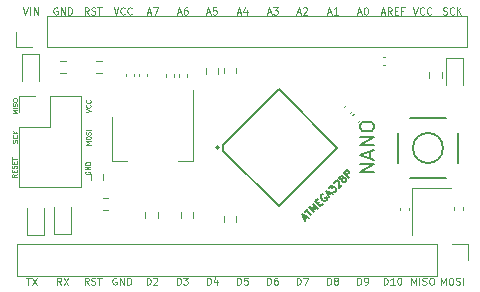
<source format=gbr>
%TF.GenerationSoftware,KiCad,Pcbnew,(5.1.6)-1*%
%TF.CreationDate,2020-11-19T11:34:22+01:00*%
%TF.ProjectId,Karim_Arduino,4b617269-6d5f-4417-9264-75696e6f2e6b,rev?*%
%TF.SameCoordinates,Original*%
%TF.FileFunction,Legend,Top*%
%TF.FilePolarity,Positive*%
%FSLAX46Y46*%
G04 Gerber Fmt 4.6, Leading zero omitted, Abs format (unit mm)*
G04 Created by KiCad (PCBNEW (5.1.6)-1) date 2020-11-19 11:34:22*
%MOMM*%
%LPD*%
G01*
G04 APERTURE LIST*
%ADD10C,0.070000*%
%ADD11C,0.200000*%
%ADD12C,0.060000*%
%ADD13C,0.080000*%
%ADD14C,0.120000*%
%ADD15C,0.203200*%
%ADD16C,0.127000*%
G04 APERTURE END LIST*
D10*
X156217142Y-102341428D02*
X156217142Y-101741428D01*
X156417142Y-102170000D01*
X156617142Y-101741428D01*
X156617142Y-102341428D01*
X157017142Y-101741428D02*
X157131428Y-101741428D01*
X157188571Y-101770000D01*
X157245714Y-101827142D01*
X157274285Y-101941428D01*
X157274285Y-102141428D01*
X157245714Y-102255714D01*
X157188571Y-102312857D01*
X157131428Y-102341428D01*
X157017142Y-102341428D01*
X156960000Y-102312857D01*
X156902857Y-102255714D01*
X156874285Y-102141428D01*
X156874285Y-101941428D01*
X156902857Y-101827142D01*
X156960000Y-101770000D01*
X157017142Y-101741428D01*
X157502857Y-102312857D02*
X157588571Y-102341428D01*
X157731428Y-102341428D01*
X157788571Y-102312857D01*
X157817142Y-102284285D01*
X157845714Y-102227142D01*
X157845714Y-102170000D01*
X157817142Y-102112857D01*
X157788571Y-102084285D01*
X157731428Y-102055714D01*
X157617142Y-102027142D01*
X157560000Y-101998571D01*
X157531428Y-101970000D01*
X157502857Y-101912857D01*
X157502857Y-101855714D01*
X157531428Y-101798571D01*
X157560000Y-101770000D01*
X157617142Y-101741428D01*
X157760000Y-101741428D01*
X157845714Y-101770000D01*
X158102857Y-102341428D02*
X158102857Y-101741428D01*
X153717142Y-102341428D02*
X153717142Y-101741428D01*
X153917142Y-102170000D01*
X154117142Y-101741428D01*
X154117142Y-102341428D01*
X154402857Y-102341428D02*
X154402857Y-101741428D01*
X154660000Y-102312857D02*
X154745714Y-102341428D01*
X154888571Y-102341428D01*
X154945714Y-102312857D01*
X154974285Y-102284285D01*
X155002857Y-102227142D01*
X155002857Y-102170000D01*
X154974285Y-102112857D01*
X154945714Y-102084285D01*
X154888571Y-102055714D01*
X154774285Y-102027142D01*
X154717142Y-101998571D01*
X154688571Y-101970000D01*
X154660000Y-101912857D01*
X154660000Y-101855714D01*
X154688571Y-101798571D01*
X154717142Y-101770000D01*
X154774285Y-101741428D01*
X154917142Y-101741428D01*
X155002857Y-101770000D01*
X155374285Y-101741428D02*
X155488571Y-101741428D01*
X155545714Y-101770000D01*
X155602857Y-101827142D01*
X155631428Y-101941428D01*
X155631428Y-102141428D01*
X155602857Y-102255714D01*
X155545714Y-102312857D01*
X155488571Y-102341428D01*
X155374285Y-102341428D01*
X155317142Y-102312857D01*
X155260000Y-102255714D01*
X155231428Y-102141428D01*
X155231428Y-101941428D01*
X155260000Y-101827142D01*
X155317142Y-101770000D01*
X155374285Y-101741428D01*
X151381428Y-102341428D02*
X151381428Y-101741428D01*
X151524285Y-101741428D01*
X151610000Y-101770000D01*
X151667142Y-101827142D01*
X151695714Y-101884285D01*
X151724285Y-101998571D01*
X151724285Y-102084285D01*
X151695714Y-102198571D01*
X151667142Y-102255714D01*
X151610000Y-102312857D01*
X151524285Y-102341428D01*
X151381428Y-102341428D01*
X152295714Y-102341428D02*
X151952857Y-102341428D01*
X152124285Y-102341428D02*
X152124285Y-101741428D01*
X152067142Y-101827142D01*
X152010000Y-101884285D01*
X151952857Y-101912857D01*
X152667142Y-101741428D02*
X152724285Y-101741428D01*
X152781428Y-101770000D01*
X152810000Y-101798571D01*
X152838571Y-101855714D01*
X152867142Y-101970000D01*
X152867142Y-102112857D01*
X152838571Y-102227142D01*
X152810000Y-102284285D01*
X152781428Y-102312857D01*
X152724285Y-102341428D01*
X152667142Y-102341428D01*
X152610000Y-102312857D01*
X152581428Y-102284285D01*
X152552857Y-102227142D01*
X152524285Y-102112857D01*
X152524285Y-101970000D01*
X152552857Y-101855714D01*
X152581428Y-101798571D01*
X152610000Y-101770000D01*
X152667142Y-101741428D01*
X149137142Y-102341428D02*
X149137142Y-101741428D01*
X149280000Y-101741428D01*
X149365714Y-101770000D01*
X149422857Y-101827142D01*
X149451428Y-101884285D01*
X149480000Y-101998571D01*
X149480000Y-102084285D01*
X149451428Y-102198571D01*
X149422857Y-102255714D01*
X149365714Y-102312857D01*
X149280000Y-102341428D01*
X149137142Y-102341428D01*
X149765714Y-102341428D02*
X149880000Y-102341428D01*
X149937142Y-102312857D01*
X149965714Y-102284285D01*
X150022857Y-102198571D01*
X150051428Y-102084285D01*
X150051428Y-101855714D01*
X150022857Y-101798571D01*
X149994285Y-101770000D01*
X149937142Y-101741428D01*
X149822857Y-101741428D01*
X149765714Y-101770000D01*
X149737142Y-101798571D01*
X149708571Y-101855714D01*
X149708571Y-101998571D01*
X149737142Y-102055714D01*
X149765714Y-102084285D01*
X149822857Y-102112857D01*
X149937142Y-102112857D01*
X149994285Y-102084285D01*
X150022857Y-102055714D01*
X150051428Y-101998571D01*
X146607142Y-102341428D02*
X146607142Y-101741428D01*
X146750000Y-101741428D01*
X146835714Y-101770000D01*
X146892857Y-101827142D01*
X146921428Y-101884285D01*
X146950000Y-101998571D01*
X146950000Y-102084285D01*
X146921428Y-102198571D01*
X146892857Y-102255714D01*
X146835714Y-102312857D01*
X146750000Y-102341428D01*
X146607142Y-102341428D01*
X147292857Y-101998571D02*
X147235714Y-101970000D01*
X147207142Y-101941428D01*
X147178571Y-101884285D01*
X147178571Y-101855714D01*
X147207142Y-101798571D01*
X147235714Y-101770000D01*
X147292857Y-101741428D01*
X147407142Y-101741428D01*
X147464285Y-101770000D01*
X147492857Y-101798571D01*
X147521428Y-101855714D01*
X147521428Y-101884285D01*
X147492857Y-101941428D01*
X147464285Y-101970000D01*
X147407142Y-101998571D01*
X147292857Y-101998571D01*
X147235714Y-102027142D01*
X147207142Y-102055714D01*
X147178571Y-102112857D01*
X147178571Y-102227142D01*
X147207142Y-102284285D01*
X147235714Y-102312857D01*
X147292857Y-102341428D01*
X147407142Y-102341428D01*
X147464285Y-102312857D01*
X147492857Y-102284285D01*
X147521428Y-102227142D01*
X147521428Y-102112857D01*
X147492857Y-102055714D01*
X147464285Y-102027142D01*
X147407142Y-101998571D01*
X144007142Y-102341428D02*
X144007142Y-101741428D01*
X144150000Y-101741428D01*
X144235714Y-101770000D01*
X144292857Y-101827142D01*
X144321428Y-101884285D01*
X144350000Y-101998571D01*
X144350000Y-102084285D01*
X144321428Y-102198571D01*
X144292857Y-102255714D01*
X144235714Y-102312857D01*
X144150000Y-102341428D01*
X144007142Y-102341428D01*
X144550000Y-101741428D02*
X144950000Y-101741428D01*
X144692857Y-102341428D01*
X141507142Y-102341428D02*
X141507142Y-101741428D01*
X141650000Y-101741428D01*
X141735714Y-101770000D01*
X141792857Y-101827142D01*
X141821428Y-101884285D01*
X141850000Y-101998571D01*
X141850000Y-102084285D01*
X141821428Y-102198571D01*
X141792857Y-102255714D01*
X141735714Y-102312857D01*
X141650000Y-102341428D01*
X141507142Y-102341428D01*
X142364285Y-101741428D02*
X142250000Y-101741428D01*
X142192857Y-101770000D01*
X142164285Y-101798571D01*
X142107142Y-101884285D01*
X142078571Y-101998571D01*
X142078571Y-102227142D01*
X142107142Y-102284285D01*
X142135714Y-102312857D01*
X142192857Y-102341428D01*
X142307142Y-102341428D01*
X142364285Y-102312857D01*
X142392857Y-102284285D01*
X142421428Y-102227142D01*
X142421428Y-102084285D01*
X142392857Y-102027142D01*
X142364285Y-101998571D01*
X142307142Y-101970000D01*
X142192857Y-101970000D01*
X142135714Y-101998571D01*
X142107142Y-102027142D01*
X142078571Y-102084285D01*
X138967142Y-102341428D02*
X138967142Y-101741428D01*
X139110000Y-101741428D01*
X139195714Y-101770000D01*
X139252857Y-101827142D01*
X139281428Y-101884285D01*
X139310000Y-101998571D01*
X139310000Y-102084285D01*
X139281428Y-102198571D01*
X139252857Y-102255714D01*
X139195714Y-102312857D01*
X139110000Y-102341428D01*
X138967142Y-102341428D01*
X139852857Y-101741428D02*
X139567142Y-101741428D01*
X139538571Y-102027142D01*
X139567142Y-101998571D01*
X139624285Y-101970000D01*
X139767142Y-101970000D01*
X139824285Y-101998571D01*
X139852857Y-102027142D01*
X139881428Y-102084285D01*
X139881428Y-102227142D01*
X139852857Y-102284285D01*
X139824285Y-102312857D01*
X139767142Y-102341428D01*
X139624285Y-102341428D01*
X139567142Y-102312857D01*
X139538571Y-102284285D01*
X136407142Y-102341428D02*
X136407142Y-101741428D01*
X136550000Y-101741428D01*
X136635714Y-101770000D01*
X136692857Y-101827142D01*
X136721428Y-101884285D01*
X136750000Y-101998571D01*
X136750000Y-102084285D01*
X136721428Y-102198571D01*
X136692857Y-102255714D01*
X136635714Y-102312857D01*
X136550000Y-102341428D01*
X136407142Y-102341428D01*
X137264285Y-101941428D02*
X137264285Y-102341428D01*
X137121428Y-101712857D02*
X136978571Y-102141428D01*
X137350000Y-102141428D01*
X133877142Y-102341428D02*
X133877142Y-101741428D01*
X134020000Y-101741428D01*
X134105714Y-101770000D01*
X134162857Y-101827142D01*
X134191428Y-101884285D01*
X134220000Y-101998571D01*
X134220000Y-102084285D01*
X134191428Y-102198571D01*
X134162857Y-102255714D01*
X134105714Y-102312857D01*
X134020000Y-102341428D01*
X133877142Y-102341428D01*
X134420000Y-101741428D02*
X134791428Y-101741428D01*
X134591428Y-101970000D01*
X134677142Y-101970000D01*
X134734285Y-101998571D01*
X134762857Y-102027142D01*
X134791428Y-102084285D01*
X134791428Y-102227142D01*
X134762857Y-102284285D01*
X134734285Y-102312857D01*
X134677142Y-102341428D01*
X134505714Y-102341428D01*
X134448571Y-102312857D01*
X134420000Y-102284285D01*
X131297142Y-102341428D02*
X131297142Y-101741428D01*
X131440000Y-101741428D01*
X131525714Y-101770000D01*
X131582857Y-101827142D01*
X131611428Y-101884285D01*
X131640000Y-101998571D01*
X131640000Y-102084285D01*
X131611428Y-102198571D01*
X131582857Y-102255714D01*
X131525714Y-102312857D01*
X131440000Y-102341428D01*
X131297142Y-102341428D01*
X131868571Y-101798571D02*
X131897142Y-101770000D01*
X131954285Y-101741428D01*
X132097142Y-101741428D01*
X132154285Y-101770000D01*
X132182857Y-101798571D01*
X132211428Y-101855714D01*
X132211428Y-101912857D01*
X132182857Y-101998571D01*
X131840000Y-102341428D01*
X132211428Y-102341428D01*
X128742857Y-101770000D02*
X128685714Y-101741428D01*
X128600000Y-101741428D01*
X128514285Y-101770000D01*
X128457142Y-101827142D01*
X128428571Y-101884285D01*
X128400000Y-101998571D01*
X128400000Y-102084285D01*
X128428571Y-102198571D01*
X128457142Y-102255714D01*
X128514285Y-102312857D01*
X128600000Y-102341428D01*
X128657142Y-102341428D01*
X128742857Y-102312857D01*
X128771428Y-102284285D01*
X128771428Y-102084285D01*
X128657142Y-102084285D01*
X129028571Y-102341428D02*
X129028571Y-101741428D01*
X129371428Y-102341428D01*
X129371428Y-101741428D01*
X129657142Y-102341428D02*
X129657142Y-101741428D01*
X129800000Y-101741428D01*
X129885714Y-101770000D01*
X129942857Y-101827142D01*
X129971428Y-101884285D01*
X130000000Y-101998571D01*
X130000000Y-102084285D01*
X129971428Y-102198571D01*
X129942857Y-102255714D01*
X129885714Y-102312857D01*
X129800000Y-102341428D01*
X129657142Y-102341428D01*
X121132857Y-101741428D02*
X121475714Y-101741428D01*
X121304285Y-102341428D02*
X121304285Y-101741428D01*
X121618571Y-101741428D02*
X122018571Y-102341428D01*
X122018571Y-101741428D02*
X121618571Y-102341428D01*
X124090000Y-102341428D02*
X123890000Y-102055714D01*
X123747142Y-102341428D02*
X123747142Y-101741428D01*
X123975714Y-101741428D01*
X124032857Y-101770000D01*
X124061428Y-101798571D01*
X124090000Y-101855714D01*
X124090000Y-101941428D01*
X124061428Y-101998571D01*
X124032857Y-102027142D01*
X123975714Y-102055714D01*
X123747142Y-102055714D01*
X124290000Y-101741428D02*
X124690000Y-102341428D01*
X124690000Y-101741428D02*
X124290000Y-102341428D01*
X156398571Y-79442857D02*
X156484285Y-79471428D01*
X156627142Y-79471428D01*
X156684285Y-79442857D01*
X156712857Y-79414285D01*
X156741428Y-79357142D01*
X156741428Y-79300000D01*
X156712857Y-79242857D01*
X156684285Y-79214285D01*
X156627142Y-79185714D01*
X156512857Y-79157142D01*
X156455714Y-79128571D01*
X156427142Y-79100000D01*
X156398571Y-79042857D01*
X156398571Y-78985714D01*
X156427142Y-78928571D01*
X156455714Y-78900000D01*
X156512857Y-78871428D01*
X156655714Y-78871428D01*
X156741428Y-78900000D01*
X157341428Y-79414285D02*
X157312857Y-79442857D01*
X157227142Y-79471428D01*
X157170000Y-79471428D01*
X157084285Y-79442857D01*
X157027142Y-79385714D01*
X156998571Y-79328571D01*
X156970000Y-79214285D01*
X156970000Y-79128571D01*
X156998571Y-79014285D01*
X157027142Y-78957142D01*
X157084285Y-78900000D01*
X157170000Y-78871428D01*
X157227142Y-78871428D01*
X157312857Y-78900000D01*
X157341428Y-78928571D01*
X157598571Y-79471428D02*
X157598571Y-78871428D01*
X157941428Y-79471428D02*
X157684285Y-79128571D01*
X157941428Y-78871428D02*
X157598571Y-79214285D01*
X153860000Y-78871428D02*
X154060000Y-79471428D01*
X154260000Y-78871428D01*
X154802857Y-79414285D02*
X154774285Y-79442857D01*
X154688571Y-79471428D01*
X154631428Y-79471428D01*
X154545714Y-79442857D01*
X154488571Y-79385714D01*
X154460000Y-79328571D01*
X154431428Y-79214285D01*
X154431428Y-79128571D01*
X154460000Y-79014285D01*
X154488571Y-78957142D01*
X154545714Y-78900000D01*
X154631428Y-78871428D01*
X154688571Y-78871428D01*
X154774285Y-78900000D01*
X154802857Y-78928571D01*
X155402857Y-79414285D02*
X155374285Y-79442857D01*
X155288571Y-79471428D01*
X155231428Y-79471428D01*
X155145714Y-79442857D01*
X155088571Y-79385714D01*
X155060000Y-79328571D01*
X155031428Y-79214285D01*
X155031428Y-79128571D01*
X155060000Y-79014285D01*
X155088571Y-78957142D01*
X155145714Y-78900000D01*
X155231428Y-78871428D01*
X155288571Y-78871428D01*
X155374285Y-78900000D01*
X155402857Y-78928571D01*
X151168571Y-79300000D02*
X151454285Y-79300000D01*
X151111428Y-79471428D02*
X151311428Y-78871428D01*
X151511428Y-79471428D01*
X152054285Y-79471428D02*
X151854285Y-79185714D01*
X151711428Y-79471428D02*
X151711428Y-78871428D01*
X151940000Y-78871428D01*
X151997142Y-78900000D01*
X152025714Y-78928571D01*
X152054285Y-78985714D01*
X152054285Y-79071428D01*
X152025714Y-79128571D01*
X151997142Y-79157142D01*
X151940000Y-79185714D01*
X151711428Y-79185714D01*
X152311428Y-79157142D02*
X152511428Y-79157142D01*
X152597142Y-79471428D02*
X152311428Y-79471428D01*
X152311428Y-78871428D01*
X152597142Y-78871428D01*
X153054285Y-79157142D02*
X152854285Y-79157142D01*
X152854285Y-79471428D02*
X152854285Y-78871428D01*
X153140000Y-78871428D01*
X149181428Y-79300000D02*
X149467142Y-79300000D01*
X149124285Y-79471428D02*
X149324285Y-78871428D01*
X149524285Y-79471428D01*
X149838571Y-78871428D02*
X149895714Y-78871428D01*
X149952857Y-78900000D01*
X149981428Y-78928571D01*
X150010000Y-78985714D01*
X150038571Y-79100000D01*
X150038571Y-79242857D01*
X150010000Y-79357142D01*
X149981428Y-79414285D01*
X149952857Y-79442857D01*
X149895714Y-79471428D01*
X149838571Y-79471428D01*
X149781428Y-79442857D01*
X149752857Y-79414285D01*
X149724285Y-79357142D01*
X149695714Y-79242857D01*
X149695714Y-79100000D01*
X149724285Y-78985714D01*
X149752857Y-78928571D01*
X149781428Y-78900000D01*
X149838571Y-78871428D01*
X146641428Y-79300000D02*
X146927142Y-79300000D01*
X146584285Y-79471428D02*
X146784285Y-78871428D01*
X146984285Y-79471428D01*
X147498571Y-79471428D02*
X147155714Y-79471428D01*
X147327142Y-79471428D02*
X147327142Y-78871428D01*
X147270000Y-78957142D01*
X147212857Y-79014285D01*
X147155714Y-79042857D01*
X144041428Y-79300000D02*
X144327142Y-79300000D01*
X143984285Y-79471428D02*
X144184285Y-78871428D01*
X144384285Y-79471428D01*
X144555714Y-78928571D02*
X144584285Y-78900000D01*
X144641428Y-78871428D01*
X144784285Y-78871428D01*
X144841428Y-78900000D01*
X144870000Y-78928571D01*
X144898571Y-78985714D01*
X144898571Y-79042857D01*
X144870000Y-79128571D01*
X144527142Y-79471428D01*
X144898571Y-79471428D01*
X141551428Y-79300000D02*
X141837142Y-79300000D01*
X141494285Y-79471428D02*
X141694285Y-78871428D01*
X141894285Y-79471428D01*
X142037142Y-78871428D02*
X142408571Y-78871428D01*
X142208571Y-79100000D01*
X142294285Y-79100000D01*
X142351428Y-79128571D01*
X142380000Y-79157142D01*
X142408571Y-79214285D01*
X142408571Y-79357142D01*
X142380000Y-79414285D01*
X142351428Y-79442857D01*
X142294285Y-79471428D01*
X142122857Y-79471428D01*
X142065714Y-79442857D01*
X142037142Y-79414285D01*
X138981428Y-79300000D02*
X139267142Y-79300000D01*
X138924285Y-79471428D02*
X139124285Y-78871428D01*
X139324285Y-79471428D01*
X139781428Y-79071428D02*
X139781428Y-79471428D01*
X139638571Y-78842857D02*
X139495714Y-79271428D01*
X139867142Y-79271428D01*
X136381428Y-79300000D02*
X136667142Y-79300000D01*
X136324285Y-79471428D02*
X136524285Y-78871428D01*
X136724285Y-79471428D01*
X137210000Y-78871428D02*
X136924285Y-78871428D01*
X136895714Y-79157142D01*
X136924285Y-79128571D01*
X136981428Y-79100000D01*
X137124285Y-79100000D01*
X137181428Y-79128571D01*
X137210000Y-79157142D01*
X137238571Y-79214285D01*
X137238571Y-79357142D01*
X137210000Y-79414285D01*
X137181428Y-79442857D01*
X137124285Y-79471428D01*
X136981428Y-79471428D01*
X136924285Y-79442857D01*
X136895714Y-79414285D01*
X133921428Y-79300000D02*
X134207142Y-79300000D01*
X133864285Y-79471428D02*
X134064285Y-78871428D01*
X134264285Y-79471428D01*
X134721428Y-78871428D02*
X134607142Y-78871428D01*
X134550000Y-78900000D01*
X134521428Y-78928571D01*
X134464285Y-79014285D01*
X134435714Y-79128571D01*
X134435714Y-79357142D01*
X134464285Y-79414285D01*
X134492857Y-79442857D01*
X134550000Y-79471428D01*
X134664285Y-79471428D01*
X134721428Y-79442857D01*
X134750000Y-79414285D01*
X134778571Y-79357142D01*
X134778571Y-79214285D01*
X134750000Y-79157142D01*
X134721428Y-79128571D01*
X134664285Y-79100000D01*
X134550000Y-79100000D01*
X134492857Y-79128571D01*
X134464285Y-79157142D01*
X134435714Y-79214285D01*
X131361428Y-79300000D02*
X131647142Y-79300000D01*
X131304285Y-79471428D02*
X131504285Y-78871428D01*
X131704285Y-79471428D01*
X131847142Y-78871428D02*
X132247142Y-78871428D01*
X131990000Y-79471428D01*
X128510000Y-78871428D02*
X128710000Y-79471428D01*
X128910000Y-78871428D01*
X129452857Y-79414285D02*
X129424285Y-79442857D01*
X129338571Y-79471428D01*
X129281428Y-79471428D01*
X129195714Y-79442857D01*
X129138571Y-79385714D01*
X129110000Y-79328571D01*
X129081428Y-79214285D01*
X129081428Y-79128571D01*
X129110000Y-79014285D01*
X129138571Y-78957142D01*
X129195714Y-78900000D01*
X129281428Y-78871428D01*
X129338571Y-78871428D01*
X129424285Y-78900000D01*
X129452857Y-78928571D01*
X130052857Y-79414285D02*
X130024285Y-79442857D01*
X129938571Y-79471428D01*
X129881428Y-79471428D01*
X129795714Y-79442857D01*
X129738571Y-79385714D01*
X129710000Y-79328571D01*
X129681428Y-79214285D01*
X129681428Y-79128571D01*
X129710000Y-79014285D01*
X129738571Y-78957142D01*
X129795714Y-78900000D01*
X129881428Y-78871428D01*
X129938571Y-78871428D01*
X130024285Y-78900000D01*
X130052857Y-78928571D01*
X126401428Y-79471428D02*
X126201428Y-79185714D01*
X126058571Y-79471428D02*
X126058571Y-78871428D01*
X126287142Y-78871428D01*
X126344285Y-78900000D01*
X126372857Y-78928571D01*
X126401428Y-78985714D01*
X126401428Y-79071428D01*
X126372857Y-79128571D01*
X126344285Y-79157142D01*
X126287142Y-79185714D01*
X126058571Y-79185714D01*
X126630000Y-79442857D02*
X126715714Y-79471428D01*
X126858571Y-79471428D01*
X126915714Y-79442857D01*
X126944285Y-79414285D01*
X126972857Y-79357142D01*
X126972857Y-79300000D01*
X126944285Y-79242857D01*
X126915714Y-79214285D01*
X126858571Y-79185714D01*
X126744285Y-79157142D01*
X126687142Y-79128571D01*
X126658571Y-79100000D01*
X126630000Y-79042857D01*
X126630000Y-78985714D01*
X126658571Y-78928571D01*
X126687142Y-78900000D01*
X126744285Y-78871428D01*
X126887142Y-78871428D01*
X126972857Y-78900000D01*
X127144285Y-78871428D02*
X127487142Y-78871428D01*
X127315714Y-79471428D02*
X127315714Y-78871428D01*
X123742857Y-78900000D02*
X123685714Y-78871428D01*
X123600000Y-78871428D01*
X123514285Y-78900000D01*
X123457142Y-78957142D01*
X123428571Y-79014285D01*
X123400000Y-79128571D01*
X123400000Y-79214285D01*
X123428571Y-79328571D01*
X123457142Y-79385714D01*
X123514285Y-79442857D01*
X123600000Y-79471428D01*
X123657142Y-79471428D01*
X123742857Y-79442857D01*
X123771428Y-79414285D01*
X123771428Y-79214285D01*
X123657142Y-79214285D01*
X124028571Y-79471428D02*
X124028571Y-78871428D01*
X124371428Y-79471428D01*
X124371428Y-78871428D01*
X124657142Y-79471428D02*
X124657142Y-78871428D01*
X124800000Y-78871428D01*
X124885714Y-78900000D01*
X124942857Y-78957142D01*
X124971428Y-79014285D01*
X125000000Y-79128571D01*
X125000000Y-79214285D01*
X124971428Y-79328571D01*
X124942857Y-79385714D01*
X124885714Y-79442857D01*
X124800000Y-79471428D01*
X124657142Y-79471428D01*
X126401428Y-102341428D02*
X126201428Y-102055714D01*
X126058571Y-102341428D02*
X126058571Y-101741428D01*
X126287142Y-101741428D01*
X126344285Y-101770000D01*
X126372857Y-101798571D01*
X126401428Y-101855714D01*
X126401428Y-101941428D01*
X126372857Y-101998571D01*
X126344285Y-102027142D01*
X126287142Y-102055714D01*
X126058571Y-102055714D01*
X126630000Y-102312857D02*
X126715714Y-102341428D01*
X126858571Y-102341428D01*
X126915714Y-102312857D01*
X126944285Y-102284285D01*
X126972857Y-102227142D01*
X126972857Y-102170000D01*
X126944285Y-102112857D01*
X126915714Y-102084285D01*
X126858571Y-102055714D01*
X126744285Y-102027142D01*
X126687142Y-101998571D01*
X126658571Y-101970000D01*
X126630000Y-101912857D01*
X126630000Y-101855714D01*
X126658571Y-101798571D01*
X126687142Y-101770000D01*
X126744285Y-101741428D01*
X126887142Y-101741428D01*
X126972857Y-101770000D01*
X127144285Y-101741428D02*
X127487142Y-101741428D01*
X127315714Y-102341428D02*
X127315714Y-101741428D01*
X120842857Y-78871428D02*
X121042857Y-79471428D01*
X121242857Y-78871428D01*
X121442857Y-79471428D02*
X121442857Y-78871428D01*
X121728571Y-79471428D02*
X121728571Y-78871428D01*
X122071428Y-79471428D01*
X122071428Y-78871428D01*
D11*
X150567857Y-92839285D02*
X149367857Y-92839285D01*
X150567857Y-92153571D01*
X149367857Y-92153571D01*
X150225000Y-91639285D02*
X150225000Y-91067857D01*
X150567857Y-91753571D02*
X149367857Y-91353571D01*
X150567857Y-90953571D01*
X150567857Y-90553571D02*
X149367857Y-90553571D01*
X150567857Y-89867857D01*
X149367857Y-89867857D01*
X149367857Y-89067857D02*
X149367857Y-88839285D01*
X149425000Y-88725000D01*
X149539285Y-88610714D01*
X149767857Y-88553571D01*
X150167857Y-88553571D01*
X150396428Y-88610714D01*
X150510714Y-88725000D01*
X150567857Y-88839285D01*
X150567857Y-89067857D01*
X150510714Y-89182142D01*
X150396428Y-89296428D01*
X150167857Y-89353571D01*
X149767857Y-89353571D01*
X149539285Y-89296428D01*
X149425000Y-89182142D01*
X149367857Y-89067857D01*
D12*
X126160952Y-87753333D02*
X126560952Y-87620000D01*
X126160952Y-87486666D01*
X126522857Y-87124761D02*
X126541904Y-87143809D01*
X126560952Y-87200952D01*
X126560952Y-87239047D01*
X126541904Y-87296190D01*
X126503809Y-87334285D01*
X126465714Y-87353333D01*
X126389523Y-87372380D01*
X126332380Y-87372380D01*
X126256190Y-87353333D01*
X126218095Y-87334285D01*
X126180000Y-87296190D01*
X126160952Y-87239047D01*
X126160952Y-87200952D01*
X126180000Y-87143809D01*
X126199047Y-87124761D01*
X126522857Y-86724761D02*
X126541904Y-86743809D01*
X126560952Y-86800952D01*
X126560952Y-86839047D01*
X126541904Y-86896190D01*
X126503809Y-86934285D01*
X126465714Y-86953333D01*
X126389523Y-86972380D01*
X126332380Y-86972380D01*
X126256190Y-86953333D01*
X126218095Y-86934285D01*
X126180000Y-86896190D01*
X126160952Y-86839047D01*
X126160952Y-86800952D01*
X126180000Y-86743809D01*
X126199047Y-86724761D01*
X126570952Y-90488571D02*
X126170952Y-90488571D01*
X126456666Y-90355238D01*
X126170952Y-90221904D01*
X126570952Y-90221904D01*
X126170952Y-89955238D02*
X126170952Y-89879047D01*
X126190000Y-89840952D01*
X126228095Y-89802857D01*
X126304285Y-89783809D01*
X126437619Y-89783809D01*
X126513809Y-89802857D01*
X126551904Y-89840952D01*
X126570952Y-89879047D01*
X126570952Y-89955238D01*
X126551904Y-89993333D01*
X126513809Y-90031428D01*
X126437619Y-90050476D01*
X126304285Y-90050476D01*
X126228095Y-90031428D01*
X126190000Y-89993333D01*
X126170952Y-89955238D01*
X126551904Y-89631428D02*
X126570952Y-89574285D01*
X126570952Y-89479047D01*
X126551904Y-89440952D01*
X126532857Y-89421904D01*
X126494761Y-89402857D01*
X126456666Y-89402857D01*
X126418571Y-89421904D01*
X126399523Y-89440952D01*
X126380476Y-89479047D01*
X126361428Y-89555238D01*
X126342380Y-89593333D01*
X126323333Y-89612380D01*
X126285238Y-89631428D01*
X126247142Y-89631428D01*
X126209047Y-89612380D01*
X126190000Y-89593333D01*
X126170952Y-89555238D01*
X126170952Y-89460000D01*
X126190000Y-89402857D01*
X126570952Y-89231428D02*
X126170952Y-89231428D01*
X126150000Y-92784761D02*
X126130952Y-92822857D01*
X126130952Y-92880000D01*
X126150000Y-92937142D01*
X126188095Y-92975238D01*
X126226190Y-92994285D01*
X126302380Y-93013333D01*
X126359523Y-93013333D01*
X126435714Y-92994285D01*
X126473809Y-92975238D01*
X126511904Y-92937142D01*
X126530952Y-92880000D01*
X126530952Y-92841904D01*
X126511904Y-92784761D01*
X126492857Y-92765714D01*
X126359523Y-92765714D01*
X126359523Y-92841904D01*
X126530952Y-92594285D02*
X126130952Y-92594285D01*
X126530952Y-92365714D01*
X126130952Y-92365714D01*
X126530952Y-92175238D02*
X126130952Y-92175238D01*
X126130952Y-92080000D01*
X126150000Y-92022857D01*
X126188095Y-91984761D01*
X126226190Y-91965714D01*
X126302380Y-91946666D01*
X126359523Y-91946666D01*
X126435714Y-91965714D01*
X126473809Y-91984761D01*
X126511904Y-92022857D01*
X126530952Y-92080000D01*
X126530952Y-92175238D01*
D13*
X120300952Y-93000952D02*
X120110476Y-93134285D01*
X120300952Y-93229523D02*
X119900952Y-93229523D01*
X119900952Y-93077142D01*
X119920000Y-93039047D01*
X119939047Y-93020000D01*
X119977142Y-93000952D01*
X120034285Y-93000952D01*
X120072380Y-93020000D01*
X120091428Y-93039047D01*
X120110476Y-93077142D01*
X120110476Y-93229523D01*
X120091428Y-92829523D02*
X120091428Y-92696190D01*
X120300952Y-92639047D02*
X120300952Y-92829523D01*
X119900952Y-92829523D01*
X119900952Y-92639047D01*
X120281904Y-92486666D02*
X120300952Y-92429523D01*
X120300952Y-92334285D01*
X120281904Y-92296190D01*
X120262857Y-92277142D01*
X120224761Y-92258095D01*
X120186666Y-92258095D01*
X120148571Y-92277142D01*
X120129523Y-92296190D01*
X120110476Y-92334285D01*
X120091428Y-92410476D01*
X120072380Y-92448571D01*
X120053333Y-92467619D01*
X120015238Y-92486666D01*
X119977142Y-92486666D01*
X119939047Y-92467619D01*
X119920000Y-92448571D01*
X119900952Y-92410476D01*
X119900952Y-92315238D01*
X119920000Y-92258095D01*
X120091428Y-92086666D02*
X120091428Y-91953333D01*
X120300952Y-91896190D02*
X120300952Y-92086666D01*
X119900952Y-92086666D01*
X119900952Y-91896190D01*
X119900952Y-91781904D02*
X119900952Y-91553333D01*
X120300952Y-91667619D02*
X119900952Y-91667619D01*
X120331904Y-90334285D02*
X120350952Y-90277142D01*
X120350952Y-90181904D01*
X120331904Y-90143809D01*
X120312857Y-90124761D01*
X120274761Y-90105714D01*
X120236666Y-90105714D01*
X120198571Y-90124761D01*
X120179523Y-90143809D01*
X120160476Y-90181904D01*
X120141428Y-90258095D01*
X120122380Y-90296190D01*
X120103333Y-90315238D01*
X120065238Y-90334285D01*
X120027142Y-90334285D01*
X119989047Y-90315238D01*
X119970000Y-90296190D01*
X119950952Y-90258095D01*
X119950952Y-90162857D01*
X119970000Y-90105714D01*
X120312857Y-89705714D02*
X120331904Y-89724761D01*
X120350952Y-89781904D01*
X120350952Y-89820000D01*
X120331904Y-89877142D01*
X120293809Y-89915238D01*
X120255714Y-89934285D01*
X120179523Y-89953333D01*
X120122380Y-89953333D01*
X120046190Y-89934285D01*
X120008095Y-89915238D01*
X119970000Y-89877142D01*
X119950952Y-89820000D01*
X119950952Y-89781904D01*
X119970000Y-89724761D01*
X119989047Y-89705714D01*
X120350952Y-89534285D02*
X119950952Y-89534285D01*
X120350952Y-89305714D02*
X120122380Y-89477142D01*
X119950952Y-89305714D02*
X120179523Y-89534285D01*
D12*
X120350952Y-87848571D02*
X119950952Y-87848571D01*
X120236666Y-87715238D01*
X119950952Y-87581904D01*
X120350952Y-87581904D01*
X120350952Y-87391428D02*
X119950952Y-87391428D01*
X120331904Y-87220000D02*
X120350952Y-87162857D01*
X120350952Y-87067619D01*
X120331904Y-87029523D01*
X120312857Y-87010476D01*
X120274761Y-86991428D01*
X120236666Y-86991428D01*
X120198571Y-87010476D01*
X120179523Y-87029523D01*
X120160476Y-87067619D01*
X120141428Y-87143809D01*
X120122380Y-87181904D01*
X120103333Y-87200952D01*
X120065238Y-87220000D01*
X120027142Y-87220000D01*
X119989047Y-87200952D01*
X119970000Y-87181904D01*
X119950952Y-87143809D01*
X119950952Y-87048571D01*
X119970000Y-86991428D01*
X119950952Y-86743809D02*
X119950952Y-86667619D01*
X119970000Y-86629523D01*
X120008095Y-86591428D01*
X120084285Y-86572380D01*
X120217619Y-86572380D01*
X120293809Y-86591428D01*
X120331904Y-86629523D01*
X120350952Y-86667619D01*
X120350952Y-86743809D01*
X120331904Y-86781904D01*
X120293809Y-86820000D01*
X120217619Y-86839047D01*
X120084285Y-86839047D01*
X120008095Y-86820000D01*
X119970000Y-86781904D01*
X119950952Y-86743809D01*
D14*
%TO.C,D2*%
X122205000Y-85110000D02*
X122205000Y-82825000D01*
X122205000Y-82825000D02*
X120735000Y-82825000D01*
X120735000Y-82825000D02*
X120735000Y-85110000D01*
%TO.C,R1*%
X127487258Y-84422500D02*
X127012742Y-84422500D01*
X127487258Y-83377500D02*
X127012742Y-83377500D01*
%TO.C,J3*%
X158460000Y-82255000D02*
X158460000Y-79595000D01*
X122840000Y-82255000D02*
X158460000Y-82255000D01*
X122840000Y-79595000D02*
X158460000Y-79595000D01*
X122840000Y-82255000D02*
X122840000Y-79595000D01*
X121570000Y-82255000D02*
X120240000Y-82255000D01*
X120240000Y-82255000D02*
X120240000Y-80925000D01*
D15*
%TO.C,U1*%
X137461812Y-90732039D02*
G75*
G03*
X137461812Y-90732039I-152400J0D01*
G01*
X137796142Y-90500349D02*
X137796142Y-90999651D01*
X137796142Y-90500349D02*
X142500000Y-85796491D01*
X142500000Y-95703509D02*
X137796142Y-90999651D01*
X147453509Y-90750000D02*
X142500000Y-95703509D01*
X142500000Y-85796491D02*
X147453509Y-90750000D01*
D14*
%TO.C,R9*%
X138902500Y-96552742D02*
X138902500Y-97027258D01*
X137857500Y-96552742D02*
X137857500Y-97027258D01*
%TO.C,R4*%
X136337500Y-84477258D02*
X136337500Y-84002742D01*
X137382500Y-84477258D02*
X137382500Y-84002742D01*
%TO.C,J2*%
X120310000Y-98920000D02*
X120310000Y-101580000D01*
X155930000Y-98920000D02*
X120310000Y-98920000D01*
X155930000Y-101580000D02*
X120310000Y-101580000D01*
X155930000Y-98920000D02*
X155930000Y-101580000D01*
X157200000Y-98920000D02*
X158530000Y-98920000D01*
X158530000Y-98920000D02*
X158530000Y-100250000D01*
%TO.C,C1*%
X149228307Y-88530810D02*
X149380810Y-88378307D01*
X148719190Y-88021693D02*
X148871693Y-87869190D01*
%TO.C,C2*%
X148019190Y-87311693D02*
X148171693Y-87159190D01*
X148528307Y-87820810D02*
X148680810Y-87668307D01*
%TO.C,C3*%
X151507836Y-83040000D02*
X151292164Y-83040000D01*
X151507836Y-83760000D02*
X151292164Y-83760000D01*
%TO.C,C4*%
X130650000Y-84697836D02*
X130650000Y-84482164D01*
X131370000Y-84697836D02*
X131370000Y-84482164D01*
%TO.C,C5*%
X130270000Y-84707836D02*
X130270000Y-84492164D01*
X129550000Y-84707836D02*
X129550000Y-84492164D01*
%TO.C,C6*%
X132910000Y-84727836D02*
X132910000Y-84512164D01*
X133630000Y-84727836D02*
X133630000Y-84512164D01*
%TO.C,C7*%
X134750000Y-84727836D02*
X134750000Y-84512164D01*
X134030000Y-84727836D02*
X134030000Y-84512164D01*
%TO.C,C8*%
X152760000Y-95822164D02*
X152760000Y-96037836D01*
X153480000Y-95822164D02*
X153480000Y-96037836D01*
%TO.C,C9*%
X157370000Y-96007836D02*
X157370000Y-95792164D01*
X158090000Y-96007836D02*
X158090000Y-95792164D01*
%TO.C,D1*%
X156615000Y-83115000D02*
X156615000Y-85400000D01*
X158085000Y-83115000D02*
X156615000Y-83115000D01*
X158085000Y-85400000D02*
X158085000Y-83115000D01*
%TO.C,D3*%
X122655000Y-98102500D02*
X122655000Y-95817500D01*
X121185000Y-98102500D02*
X122655000Y-98102500D01*
X121185000Y-95817500D02*
X121185000Y-98102500D01*
%TO.C,D4*%
X123455000Y-95772500D02*
X123455000Y-98057500D01*
X123455000Y-98057500D02*
X124925000Y-98057500D01*
X124925000Y-98057500D02*
X124925000Y-95772500D01*
%TO.C,HSE1*%
X153760000Y-94160000D02*
X153760000Y-98160000D01*
X157060000Y-94160000D02*
X153760000Y-94160000D01*
%TO.C,J1*%
X120520000Y-94100000D02*
X125720000Y-94100000D01*
X120520000Y-88960000D02*
X120520000Y-94100000D01*
X125720000Y-86360000D02*
X125720000Y-94100000D01*
X120520000Y-88960000D02*
X123120000Y-88960000D01*
X123120000Y-88960000D02*
X123120000Y-86360000D01*
X123120000Y-86360000D02*
X125720000Y-86360000D01*
X120520000Y-87690000D02*
X120520000Y-86360000D01*
X120520000Y-86360000D02*
X121850000Y-86360000D01*
%TO.C,R2*%
X155252500Y-84357742D02*
X155252500Y-84832258D01*
X156297500Y-84357742D02*
X156297500Y-84832258D01*
%TO.C,R3*%
X123972742Y-83377500D02*
X124447258Y-83377500D01*
X123972742Y-84422500D02*
X124447258Y-84422500D01*
%TO.C,R5*%
X138902500Y-84457258D02*
X138902500Y-83982742D01*
X137857500Y-84457258D02*
X137857500Y-83982742D01*
%TO.C,R6*%
X131187500Y-96197742D02*
X131187500Y-96672258D01*
X132232500Y-96197742D02*
X132232500Y-96672258D01*
%TO.C,R7*%
X135242500Y-96707258D02*
X135242500Y-96232742D01*
X134197500Y-96707258D02*
X134197500Y-96232742D01*
%TO.C,R8*%
X126557500Y-93477258D02*
X126557500Y-93002742D01*
X127602500Y-93477258D02*
X127602500Y-93002742D01*
%TO.C,R10*%
X127572742Y-96062500D02*
X128047258Y-96062500D01*
X127572742Y-95017500D02*
X128047258Y-95017500D01*
D15*
%TO.C,SW1*%
X156395000Y-90775000D02*
G75*
G03*
X156395000Y-90775000I-1270000J0D01*
G01*
X153585760Y-88235000D02*
X156664240Y-88235000D01*
X152585000Y-92014520D02*
X152585000Y-89535480D01*
X156664240Y-93315000D02*
X153585760Y-93315000D01*
X157665000Y-89535480D02*
X157665000Y-92045000D01*
D14*
%TO.C,U2*%
X135220000Y-85880000D02*
X135220000Y-91890000D01*
X128400000Y-88130000D02*
X128400000Y-91890000D01*
X135220000Y-91890000D02*
X133960000Y-91890000D01*
X128400000Y-91890000D02*
X129660000Y-91890000D01*
%TO.C,U1*%
D16*
X144673221Y-96802692D02*
X144878484Y-96597429D01*
X144755326Y-96966902D02*
X144467958Y-96392166D01*
X145042695Y-96679534D01*
X144693748Y-96166377D02*
X144940063Y-95920061D01*
X145247958Y-96474271D02*
X144816905Y-96043219D01*
X145514800Y-96207429D02*
X145083747Y-95776377D01*
X145535326Y-95940587D01*
X145371115Y-95489009D01*
X145802168Y-95920061D01*
X145781641Y-95489009D02*
X145925326Y-95345325D01*
X146212694Y-95509535D02*
X146007431Y-95714798D01*
X145576378Y-95283746D01*
X145781641Y-95078483D01*
X146212694Y-94688483D02*
X146151115Y-94709009D01*
X146089536Y-94770588D01*
X146048483Y-94852693D01*
X146048483Y-94934799D01*
X146069010Y-94996377D01*
X146130589Y-95099009D01*
X146192167Y-95160588D01*
X146294799Y-95222167D01*
X146356378Y-95242693D01*
X146438483Y-95242693D01*
X146520588Y-95201640D01*
X146561641Y-95160588D01*
X146602693Y-95078483D01*
X146602693Y-95037430D01*
X146459009Y-94893746D01*
X146376904Y-94975851D01*
X146684799Y-94791115D02*
X146890062Y-94585852D01*
X146766904Y-94955325D02*
X146479536Y-94380589D01*
X147054272Y-94667957D01*
X146725851Y-94134273D02*
X146992693Y-93867431D01*
X147013219Y-94175326D01*
X147074798Y-94113747D01*
X147136377Y-94093220D01*
X147177430Y-94093220D01*
X147239009Y-94113747D01*
X147341640Y-94216378D01*
X147362166Y-94277957D01*
X147362166Y-94319010D01*
X147341640Y-94380589D01*
X147218482Y-94503746D01*
X147156903Y-94524273D01*
X147115851Y-94524273D01*
X147197956Y-93744273D02*
X147197956Y-93703221D01*
X147218482Y-93641642D01*
X147321114Y-93539010D01*
X147382693Y-93518484D01*
X147423745Y-93518484D01*
X147485324Y-93539010D01*
X147526377Y-93580063D01*
X147567429Y-93662168D01*
X147567429Y-94154799D01*
X147834271Y-93887957D01*
X147834271Y-93395326D02*
X147772692Y-93415852D01*
X147731640Y-93415852D01*
X147670061Y-93395326D01*
X147649535Y-93374800D01*
X147629008Y-93313221D01*
X147629008Y-93272168D01*
X147649535Y-93210589D01*
X147731640Y-93128484D01*
X147793219Y-93107958D01*
X147834271Y-93107958D01*
X147895850Y-93128484D01*
X147916377Y-93149011D01*
X147936903Y-93210589D01*
X147936903Y-93251642D01*
X147916377Y-93313221D01*
X147834271Y-93395326D01*
X147813745Y-93456905D01*
X147813745Y-93497958D01*
X147834271Y-93559537D01*
X147916377Y-93641642D01*
X147977955Y-93662168D01*
X148019008Y-93662168D01*
X148080587Y-93641642D01*
X148162692Y-93559537D01*
X148183218Y-93497958D01*
X148183218Y-93456905D01*
X148162692Y-93395326D01*
X148080587Y-93313221D01*
X148019008Y-93292695D01*
X147977955Y-93292695D01*
X147916377Y-93313221D01*
X148429534Y-93292695D02*
X147998482Y-92861642D01*
X148162692Y-92697432D01*
X148224271Y-92676906D01*
X148265324Y-92676906D01*
X148326903Y-92697432D01*
X148388481Y-92759011D01*
X148409008Y-92820590D01*
X148409008Y-92861642D01*
X148388481Y-92923221D01*
X148224271Y-93087432D01*
%TD*%
M02*

</source>
